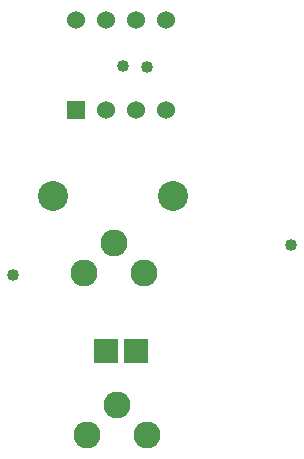
<source format=gbr>
G04 PROTEUS RS274X GERBER FILE*
%FSLAX45Y45*%
%MOMM*%
G01*
%ADD22C,1.016000*%
%ADD19C,2.286000*%
%AMPPAD015*
4,1,36,
-0.635000,0.762000,
0.635000,0.762000,
0.660970,0.759470,
0.684980,0.752200,
0.706580,0.740650,
0.725290,0.725290,
0.740650,0.706570,
0.752200,0.684980,
0.759470,0.660970,
0.762000,0.635000,
0.762000,-0.635000,
0.759470,-0.660970,
0.752200,-0.684980,
0.740650,-0.706570,
0.725290,-0.725290,
0.706580,-0.740650,
0.684980,-0.752200,
0.660970,-0.759470,
0.635000,-0.762000,
-0.635000,-0.762000,
-0.660970,-0.759470,
-0.684980,-0.752200,
-0.706580,-0.740650,
-0.725290,-0.725290,
-0.740650,-0.706570,
-0.752200,-0.684980,
-0.759470,-0.660970,
-0.762000,-0.635000,
-0.762000,0.635000,
-0.759470,0.660970,
-0.752200,0.684980,
-0.740650,0.706570,
-0.725290,0.725290,
-0.706580,0.740650,
-0.684980,0.752200,
-0.660970,0.759470,
-0.635000,0.762000,
0*%
%ADD23PPAD015*%
%ADD24C,1.524000*%
%AMPPAD020*
4,1,4,
-1.016000,-1.016000,
-1.016000,1.016000,
1.016000,1.016000,
1.016000,-1.016000,
-1.016000,-1.016000,
0*%
%ADD28PPAD020*%
%ADD29C,2.540000*%
%TD.AperFunction*%
D22*
X-889000Y-4000500D03*
X+1460500Y-3746500D03*
X+40000Y-2230000D03*
X+240000Y-2240000D03*
D19*
X+214000Y-3980000D03*
X-40000Y-3726000D03*
X-294000Y-3980000D03*
X+244000Y-5350000D03*
X-10000Y-5096000D03*
X-264000Y-5350000D03*
D23*
X-360000Y-2600000D03*
D24*
X-106000Y-2600000D03*
X+148000Y-2600000D03*
X+402000Y-2600000D03*
X+402000Y-1838000D03*
X+148000Y-1838000D03*
X-106000Y-1838000D03*
X-360000Y-1838000D03*
D28*
X-100000Y-4640000D03*
X+150000Y-4640000D03*
D29*
X+466000Y-3330000D03*
X-550000Y-3330000D03*
M02*

</source>
